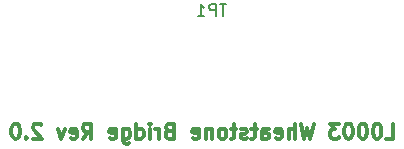
<source format=gbr>
%TF.GenerationSoftware,KiCad,Pcbnew,(6.0.6)*%
%TF.CreationDate,2022-09-08T14:41:25-07:00*%
%TF.ProjectId,L0003-Wheatstone-Bridge,4c303030-332d-4576-9865-617473746f6e,rev?*%
%TF.SameCoordinates,Original*%
%TF.FileFunction,Legend,Bot*%
%TF.FilePolarity,Positive*%
%FSLAX46Y46*%
G04 Gerber Fmt 4.6, Leading zero omitted, Abs format (unit mm)*
G04 Created by KiCad (PCBNEW (6.0.6)) date 2022-09-08 14:41:25*
%MOMM*%
%LPD*%
G01*
G04 APERTURE LIST*
%ADD10C,0.300000*%
%ADD11C,0.150000*%
G04 APERTURE END LIST*
D10*
X130167742Y-94910123D02*
X130772504Y-94910123D01*
X130772504Y-93640123D01*
X129502504Y-93640123D02*
X129381552Y-93640123D01*
X129260600Y-93700600D01*
X129200123Y-93761076D01*
X129139647Y-93882028D01*
X129079171Y-94123933D01*
X129079171Y-94426314D01*
X129139647Y-94668219D01*
X129200123Y-94789171D01*
X129260600Y-94849647D01*
X129381552Y-94910123D01*
X129502504Y-94910123D01*
X129623457Y-94849647D01*
X129683933Y-94789171D01*
X129744409Y-94668219D01*
X129804885Y-94426314D01*
X129804885Y-94123933D01*
X129744409Y-93882028D01*
X129683933Y-93761076D01*
X129623457Y-93700600D01*
X129502504Y-93640123D01*
X128292980Y-93640123D02*
X128172028Y-93640123D01*
X128051076Y-93700600D01*
X127990600Y-93761076D01*
X127930123Y-93882028D01*
X127869647Y-94123933D01*
X127869647Y-94426314D01*
X127930123Y-94668219D01*
X127990600Y-94789171D01*
X128051076Y-94849647D01*
X128172028Y-94910123D01*
X128292980Y-94910123D01*
X128413933Y-94849647D01*
X128474409Y-94789171D01*
X128534885Y-94668219D01*
X128595361Y-94426314D01*
X128595361Y-94123933D01*
X128534885Y-93882028D01*
X128474409Y-93761076D01*
X128413933Y-93700600D01*
X128292980Y-93640123D01*
X127083457Y-93640123D02*
X126962504Y-93640123D01*
X126841552Y-93700600D01*
X126781076Y-93761076D01*
X126720600Y-93882028D01*
X126660123Y-94123933D01*
X126660123Y-94426314D01*
X126720600Y-94668219D01*
X126781076Y-94789171D01*
X126841552Y-94849647D01*
X126962504Y-94910123D01*
X127083457Y-94910123D01*
X127204409Y-94849647D01*
X127264885Y-94789171D01*
X127325361Y-94668219D01*
X127385838Y-94426314D01*
X127385838Y-94123933D01*
X127325361Y-93882028D01*
X127264885Y-93761076D01*
X127204409Y-93700600D01*
X127083457Y-93640123D01*
X126236790Y-93640123D02*
X125450600Y-93640123D01*
X125873933Y-94123933D01*
X125692504Y-94123933D01*
X125571552Y-94184409D01*
X125511076Y-94244885D01*
X125450600Y-94365838D01*
X125450600Y-94668219D01*
X125511076Y-94789171D01*
X125571552Y-94849647D01*
X125692504Y-94910123D01*
X126055361Y-94910123D01*
X126176314Y-94849647D01*
X126236790Y-94789171D01*
X124059647Y-93640123D02*
X123757266Y-94910123D01*
X123515361Y-94002980D01*
X123273457Y-94910123D01*
X122971076Y-93640123D01*
X122487266Y-94910123D02*
X122487266Y-93640123D01*
X121942980Y-94910123D02*
X121942980Y-94244885D01*
X122003457Y-94123933D01*
X122124409Y-94063457D01*
X122305838Y-94063457D01*
X122426790Y-94123933D01*
X122487266Y-94184409D01*
X120854409Y-94849647D02*
X120975361Y-94910123D01*
X121217266Y-94910123D01*
X121338219Y-94849647D01*
X121398695Y-94728695D01*
X121398695Y-94244885D01*
X121338219Y-94123933D01*
X121217266Y-94063457D01*
X120975361Y-94063457D01*
X120854409Y-94123933D01*
X120793933Y-94244885D01*
X120793933Y-94365838D01*
X121398695Y-94486790D01*
X119705361Y-94910123D02*
X119705361Y-94244885D01*
X119765838Y-94123933D01*
X119886790Y-94063457D01*
X120128695Y-94063457D01*
X120249647Y-94123933D01*
X119705361Y-94849647D02*
X119826314Y-94910123D01*
X120128695Y-94910123D01*
X120249647Y-94849647D01*
X120310123Y-94728695D01*
X120310123Y-94607742D01*
X120249647Y-94486790D01*
X120128695Y-94426314D01*
X119826314Y-94426314D01*
X119705361Y-94365838D01*
X119282028Y-94063457D02*
X118798219Y-94063457D01*
X119100600Y-93640123D02*
X119100600Y-94728695D01*
X119040123Y-94849647D01*
X118919171Y-94910123D01*
X118798219Y-94910123D01*
X118435361Y-94849647D02*
X118314409Y-94910123D01*
X118072504Y-94910123D01*
X117951552Y-94849647D01*
X117891076Y-94728695D01*
X117891076Y-94668219D01*
X117951552Y-94547266D01*
X118072504Y-94486790D01*
X118253933Y-94486790D01*
X118374885Y-94426314D01*
X118435361Y-94305361D01*
X118435361Y-94244885D01*
X118374885Y-94123933D01*
X118253933Y-94063457D01*
X118072504Y-94063457D01*
X117951552Y-94123933D01*
X117528219Y-94063457D02*
X117044409Y-94063457D01*
X117346790Y-93640123D02*
X117346790Y-94728695D01*
X117286314Y-94849647D01*
X117165361Y-94910123D01*
X117044409Y-94910123D01*
X116439647Y-94910123D02*
X116560600Y-94849647D01*
X116621076Y-94789171D01*
X116681552Y-94668219D01*
X116681552Y-94305361D01*
X116621076Y-94184409D01*
X116560600Y-94123933D01*
X116439647Y-94063457D01*
X116258219Y-94063457D01*
X116137266Y-94123933D01*
X116076790Y-94184409D01*
X116016314Y-94305361D01*
X116016314Y-94668219D01*
X116076790Y-94789171D01*
X116137266Y-94849647D01*
X116258219Y-94910123D01*
X116439647Y-94910123D01*
X115472028Y-94063457D02*
X115472028Y-94910123D01*
X115472028Y-94184409D02*
X115411552Y-94123933D01*
X115290600Y-94063457D01*
X115109171Y-94063457D01*
X114988219Y-94123933D01*
X114927742Y-94244885D01*
X114927742Y-94910123D01*
X113839171Y-94849647D02*
X113960123Y-94910123D01*
X114202028Y-94910123D01*
X114322980Y-94849647D01*
X114383457Y-94728695D01*
X114383457Y-94244885D01*
X114322980Y-94123933D01*
X114202028Y-94063457D01*
X113960123Y-94063457D01*
X113839171Y-94123933D01*
X113778695Y-94244885D01*
X113778695Y-94365838D01*
X114383457Y-94486790D01*
X111843457Y-94244885D02*
X111662028Y-94305361D01*
X111601552Y-94365838D01*
X111541076Y-94486790D01*
X111541076Y-94668219D01*
X111601552Y-94789171D01*
X111662028Y-94849647D01*
X111782980Y-94910123D01*
X112266790Y-94910123D01*
X112266790Y-93640123D01*
X111843457Y-93640123D01*
X111722504Y-93700600D01*
X111662028Y-93761076D01*
X111601552Y-93882028D01*
X111601552Y-94002980D01*
X111662028Y-94123933D01*
X111722504Y-94184409D01*
X111843457Y-94244885D01*
X112266790Y-94244885D01*
X110996790Y-94910123D02*
X110996790Y-94063457D01*
X110996790Y-94305361D02*
X110936314Y-94184409D01*
X110875838Y-94123933D01*
X110754885Y-94063457D01*
X110633933Y-94063457D01*
X110210600Y-94910123D02*
X110210600Y-94063457D01*
X110210600Y-93640123D02*
X110271076Y-93700600D01*
X110210600Y-93761076D01*
X110150123Y-93700600D01*
X110210600Y-93640123D01*
X110210600Y-93761076D01*
X109061552Y-94910123D02*
X109061552Y-93640123D01*
X109061552Y-94849647D02*
X109182504Y-94910123D01*
X109424409Y-94910123D01*
X109545361Y-94849647D01*
X109605838Y-94789171D01*
X109666314Y-94668219D01*
X109666314Y-94305361D01*
X109605838Y-94184409D01*
X109545361Y-94123933D01*
X109424409Y-94063457D01*
X109182504Y-94063457D01*
X109061552Y-94123933D01*
X107912504Y-94063457D02*
X107912504Y-95091552D01*
X107972980Y-95212504D01*
X108033457Y-95272980D01*
X108154409Y-95333457D01*
X108335838Y-95333457D01*
X108456790Y-95272980D01*
X107912504Y-94849647D02*
X108033457Y-94910123D01*
X108275361Y-94910123D01*
X108396314Y-94849647D01*
X108456790Y-94789171D01*
X108517266Y-94668219D01*
X108517266Y-94305361D01*
X108456790Y-94184409D01*
X108396314Y-94123933D01*
X108275361Y-94063457D01*
X108033457Y-94063457D01*
X107912504Y-94123933D01*
X106823933Y-94849647D02*
X106944885Y-94910123D01*
X107186790Y-94910123D01*
X107307742Y-94849647D01*
X107368219Y-94728695D01*
X107368219Y-94244885D01*
X107307742Y-94123933D01*
X107186790Y-94063457D01*
X106944885Y-94063457D01*
X106823933Y-94123933D01*
X106763457Y-94244885D01*
X106763457Y-94365838D01*
X107368219Y-94486790D01*
X104525838Y-94910123D02*
X104949171Y-94305361D01*
X105251552Y-94910123D02*
X105251552Y-93640123D01*
X104767742Y-93640123D01*
X104646790Y-93700600D01*
X104586314Y-93761076D01*
X104525838Y-93882028D01*
X104525838Y-94063457D01*
X104586314Y-94184409D01*
X104646790Y-94244885D01*
X104767742Y-94305361D01*
X105251552Y-94305361D01*
X103497742Y-94849647D02*
X103618695Y-94910123D01*
X103860600Y-94910123D01*
X103981552Y-94849647D01*
X104042028Y-94728695D01*
X104042028Y-94244885D01*
X103981552Y-94123933D01*
X103860600Y-94063457D01*
X103618695Y-94063457D01*
X103497742Y-94123933D01*
X103437266Y-94244885D01*
X103437266Y-94365838D01*
X104042028Y-94486790D01*
X103013933Y-94063457D02*
X102711552Y-94910123D01*
X102409171Y-94063457D01*
X101018219Y-93761076D02*
X100957742Y-93700600D01*
X100836790Y-93640123D01*
X100534409Y-93640123D01*
X100413457Y-93700600D01*
X100352980Y-93761076D01*
X100292504Y-93882028D01*
X100292504Y-94002980D01*
X100352980Y-94184409D01*
X101078695Y-94910123D01*
X100292504Y-94910123D01*
X99748219Y-94789171D02*
X99687742Y-94849647D01*
X99748219Y-94910123D01*
X99808695Y-94849647D01*
X99748219Y-94789171D01*
X99748219Y-94910123D01*
X98901552Y-93640123D02*
X98780600Y-93640123D01*
X98659647Y-93700600D01*
X98599171Y-93761076D01*
X98538695Y-93882028D01*
X98478219Y-94123933D01*
X98478219Y-94426314D01*
X98538695Y-94668219D01*
X98599171Y-94789171D01*
X98659647Y-94849647D01*
X98780600Y-94910123D01*
X98901552Y-94910123D01*
X99022504Y-94849647D01*
X99082980Y-94789171D01*
X99143457Y-94668219D01*
X99203933Y-94426314D01*
X99203933Y-94123933D01*
X99143457Y-93882028D01*
X99082980Y-93761076D01*
X99022504Y-93700600D01*
X98901552Y-93640123D01*
D11*
%TO.C,TP1*%
X116679504Y-83526380D02*
X116108076Y-83526380D01*
X116393790Y-84526380D02*
X116393790Y-83526380D01*
X115774742Y-84526380D02*
X115774742Y-83526380D01*
X115393790Y-83526380D01*
X115298552Y-83574000D01*
X115250933Y-83621619D01*
X115203314Y-83716857D01*
X115203314Y-83859714D01*
X115250933Y-83954952D01*
X115298552Y-84002571D01*
X115393790Y-84050190D01*
X115774742Y-84050190D01*
X114250933Y-84526380D02*
X114822361Y-84526380D01*
X114536647Y-84526380D02*
X114536647Y-83526380D01*
X114631885Y-83669238D01*
X114727123Y-83764476D01*
X114822361Y-83812095D01*
%TD*%
M02*

</source>
